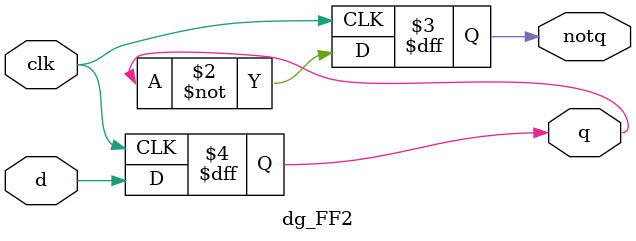
<source format=v>
/** 
 * This is a Verilog implementation for a gate of type FF2.
 */

module dg_FF2 (
  clk, d, 
  notq, q
);

  // input ports
  input clk;
  input d;

  // output ports
  output notq;
  output q;

  reg q;
  reg notq;

  always @(posedge clk)
    begin
      q <= d;
      notq <= ~q;
    end

endmodule



















</source>
